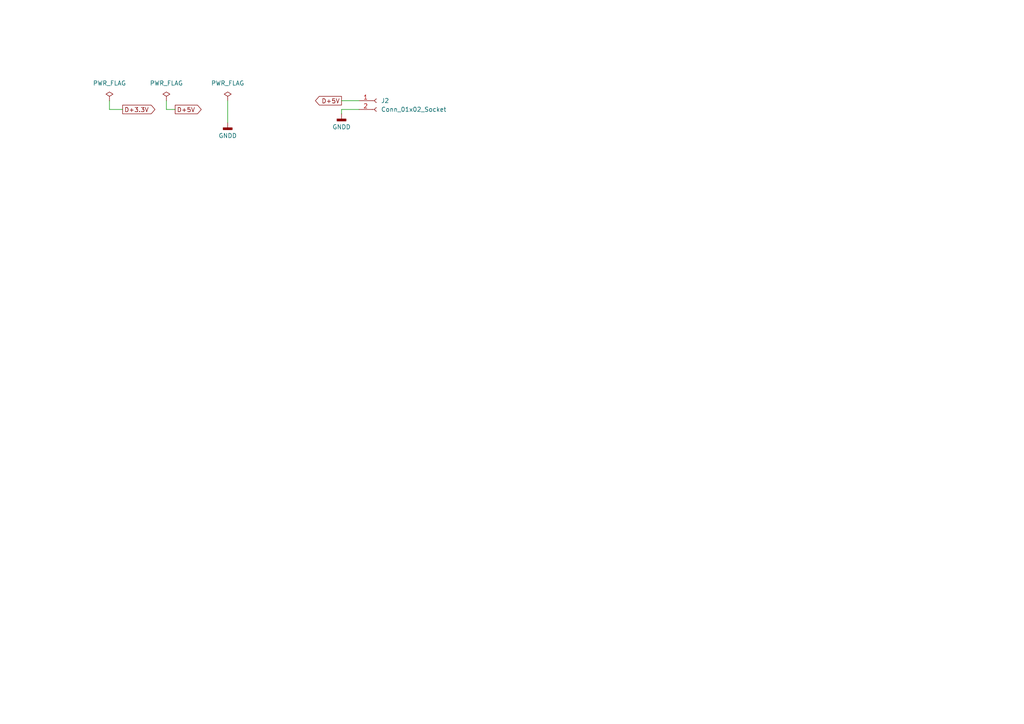
<source format=kicad_sch>
(kicad_sch (version 20231120) (generator "eeschema") (generator_version "8.0")
  (paper "A4")
  (lib_symbols
    (symbol "Connector:Conn_01x02_Socket" (pin_names (offset 1.016) hide)
      (property "Reference" "J" (at 0 2.54 0))
      (property "Value" "Conn_01x02_Socket" (at 0 -5.08 0))
      (symbol "Conn_01x02_Socket_1_1"
        (arc (start 0 -2.032) (mid -0.5058 -2.54) (end 0 -3.048) (stroke (width 0.1524)))
        (polyline (pts (xy -1.27 -2.54) (xy -0.508 -2.54)) (stroke (width 0.1524)))
        (polyline (pts (xy -1.27 0) (xy -0.508 0)) (stroke (width 0.1524)))
        (arc (start 0 0.508) (mid -0.5058 0) (end 0 -0.508) (stroke (width 0.1524)))
        (pin passive line (at -5.08 0 0) (length 3.81) (name "Pin_1") (number "1"))
        (pin passive line (at -5.08 -2.54 0) (length 3.81) (name "Pin_2") (number "2"))
      )
    )
    (symbol "power:GNDD" (power) (pin_numbers hide) (pin_names (offset 0) hide)
      (property "Value" "GNDD" (at 0 -3.175 0))
      (symbol "GNDD_0_1"
        (rectangle (start -1.27 -1.524) (end 1.27 -2.032) (stroke (width 0.254)) (fill (type outline)))
        (polyline (pts (xy 0 0) (xy 0 -1.524)))
      )
      (symbol "GNDD_1_1"
        (pin power_in line (at 0 0 270) (length 0) (name "~") (number "1"))
      )
    )
    (symbol "power:PWR_FLAG" (power) (pin_numbers hide) (pin_names (offset 0) hide)
      (property "Value" "PWR_FLAG" (at 0 3.81 0))
      (symbol "PWR_FLAG_0_0"
        (pin power_out line (at 0 0 90) (length 0) (name "~") (number "1"))
      )
      (symbol "PWR_FLAG_0_1"
        (polyline (pts (xy 0 0) (xy 0 1.27) (xy -1.016 1.905) (xy 0 2.54) (xy 1.016 1.905) (xy 0 1.27)))
      )
    )
  )
  (wire (pts (xy 31.75 31.75) (xy 31.75 29.21)))
  (wire (pts (xy 99.06 29.21) (xy 104.14 29.21)))
  (wire (pts (xy 104.14 31.75) (xy 99.06 31.75)))
  (wire (pts (xy 50.8 31.75) (xy 48.26 31.75)))
  (wire (pts (xy 66.04 29.21) (xy 66.04 35.56)))
  (wire (pts (xy 99.06 31.75) (xy 99.06 33.02)))
  (wire (pts (xy 48.26 31.75) (xy 48.26 29.21)))
  (wire (pts (xy 35.56 31.75) (xy 31.75 31.75)))
  (global_label "D+3.3V" (shape output) (at 35.56 31.75 0) (property "Intersheetrefs" "${INTERSHEET_REFS}" (effects (hide yes))))
  (global_label "D+5V" (shape output) (at 99.06 29.21 180) (property "Intersheetrefs" "${INTERSHEET_REFS}" (effects (hide yes))))
  (global_label "D+5V" (shape output) (at 50.8 31.75 0) (property "Intersheetrefs" "${INTERSHEET_REFS}" (effects (hide yes))))
  (symbol (lib_id "power:PWR_FLAG") (at 31.75 29.21 0) (unit 1)
    (property "Reference" "#FLG01" (effects (hide yes)))
    (property "Value" "PWR_FLAG" (at 31.75 24.13 0))
    (property "Description" "Special symbol for telling ERC where power comes from" (effects (hide yes)))
  )
  (symbol (lib_id "power:PWR_FLAG") (at 66.04 29.21 0) (unit 1)
    (property "Reference" "#FLG03" (effects (hide yes)))
    (property "Value" "PWR_FLAG" (at 66.04 24.13 0))
    (property "Description" "Special symbol for telling ERC where power comes from" (effects (hide yes)))
  )
  (symbol (lib_id "power:GNDD") (at 66.04 35.56 0) (unit 1)
    (property "Reference" "#PWR04" (effects (hide yes)))
    (property "Value" "GNDD" (at 66.04 39.37 0))
    (property "Description" "Power symbol creates a global label with name \"GNDD\" , digital ground" (effects (hide yes)))
  )
  (symbol (lib_id "Connector:Conn_01x02_Socket") (at 109.22 29.21 0) (unit 1)
    (property "Reference" "J2" (at 110.49 29.2099 0) (effects (justify left)))
    (property "Value" "Conn_01x02_Socket" (at 110.49 31.7499 0) (effects (justify left)))
    (property "Footprint" "Connector_PinHeader_2.54mm:PinHeader_1x02_P2.54mm_Vertical" (effects (hide yes)))
    (property "Description" "Generic connector, single row, 01x02, script generated" (effects (hide yes)))
  )
  (symbol (lib_id "power:PWR_FLAG") (at 48.26 29.21 0) (unit 1)
    (property "Reference" "#FLG02" (effects (hide yes)))
    (property "Value" "PWR_FLAG" (at 48.26 24.13 0))
    (property "Description" "Special symbol for telling ERC where power comes from" (effects (hide yes)))
  )
  (symbol (lib_id "power:GNDD") (at 99.06 33.02 0) (unit 1)
    (property "Reference" "#PWR09" (effects (hide yes)))
    (property "Value" "GNDD" (at 99.06 36.83 0))
    (property "Description" "Power symbol creates a global label with name \"GNDD\" , digital ground" (effects (hide yes)))
  )
)
</source>
